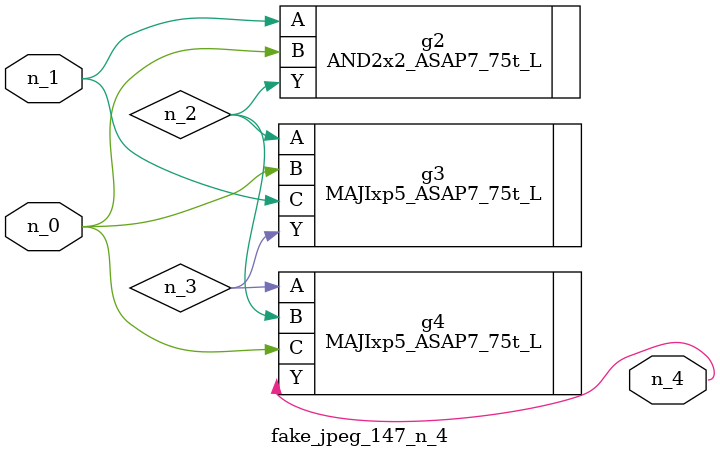
<source format=v>
module fake_jpeg_147_n_4 (n_0, n_1, n_4);

input n_0;
input n_1;

output n_4;

wire n_2;
wire n_3;

AND2x2_ASAP7_75t_L g2 ( 
.A(n_1),
.B(n_0),
.Y(n_2)
);

MAJIxp5_ASAP7_75t_L g3 ( 
.A(n_2),
.B(n_0),
.C(n_1),
.Y(n_3)
);

MAJIxp5_ASAP7_75t_L g4 ( 
.A(n_3),
.B(n_2),
.C(n_0),
.Y(n_4)
);


endmodule
</source>
